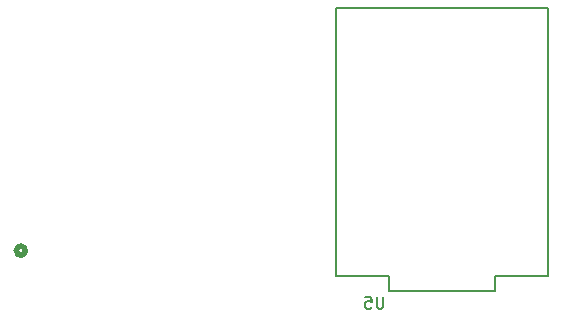
<source format=gbr>
%TF.GenerationSoftware,KiCad,Pcbnew,8.0.9-4-gd7388e2a70*%
%TF.CreationDate,2025-04-15T12:07:27-05:00*%
%TF.ProjectId,test_board,74657374-5f62-46f6-9172-642e6b696361,rev?*%
%TF.SameCoordinates,Original*%
%TF.FileFunction,Legend,Bot*%
%TF.FilePolarity,Positive*%
%FSLAX46Y46*%
G04 Gerber Fmt 4.6, Leading zero omitted, Abs format (unit mm)*
G04 Created by KiCad (PCBNEW 8.0.9-4-gd7388e2a70) date 2025-04-15 12:07:27*
%MOMM*%
%LPD*%
G01*
G04 APERTURE LIST*
%ADD10C,0.150000*%
%ADD11C,0.508000*%
%ADD12C,0.127000*%
G04 APERTURE END LIST*
D10*
X150556904Y-88257319D02*
X150556904Y-89066842D01*
X150556904Y-89066842D02*
X150509285Y-89162080D01*
X150509285Y-89162080D02*
X150461666Y-89209700D01*
X150461666Y-89209700D02*
X150366428Y-89257319D01*
X150366428Y-89257319D02*
X150175952Y-89257319D01*
X150175952Y-89257319D02*
X150080714Y-89209700D01*
X150080714Y-89209700D02*
X150033095Y-89162080D01*
X150033095Y-89162080D02*
X149985476Y-89066842D01*
X149985476Y-89066842D02*
X149985476Y-88257319D01*
X149033095Y-88257319D02*
X149509285Y-88257319D01*
X149509285Y-88257319D02*
X149556904Y-88733509D01*
X149556904Y-88733509D02*
X149509285Y-88685890D01*
X149509285Y-88685890D02*
X149414047Y-88638271D01*
X149414047Y-88638271D02*
X149175952Y-88638271D01*
X149175952Y-88638271D02*
X149080714Y-88685890D01*
X149080714Y-88685890D02*
X149033095Y-88733509D01*
X149033095Y-88733509D02*
X148985476Y-88828747D01*
X148985476Y-88828747D02*
X148985476Y-89066842D01*
X148985476Y-89066842D02*
X149033095Y-89162080D01*
X149033095Y-89162080D02*
X149080714Y-89209700D01*
X149080714Y-89209700D02*
X149175952Y-89257319D01*
X149175952Y-89257319D02*
X149414047Y-89257319D01*
X149414047Y-89257319D02*
X149509285Y-89209700D01*
X149509285Y-89209700D02*
X149556904Y-89162080D01*
D11*
%TO.C,J1*%
X120249099Y-84357900D02*
G75*
G02*
X119487099Y-84357900I-381000J0D01*
G01*
X119487099Y-84357900D02*
G75*
G02*
X120249099Y-84357900I381000J0D01*
G01*
D12*
%TO.C,U5*%
X146510000Y-63800000D02*
X164510000Y-63800000D01*
X146510000Y-86500000D02*
X146510000Y-63800000D01*
X146510000Y-86500000D02*
X151010000Y-86500000D01*
X151010000Y-86500000D02*
X151010000Y-87800000D01*
X151010000Y-87800000D02*
X160010000Y-87800000D01*
X160010000Y-86500000D02*
X160010000Y-87800000D01*
X160010000Y-86500000D02*
X164510000Y-86500000D01*
X164510000Y-86500000D02*
X164510000Y-63800000D01*
%TD*%
M02*

</source>
